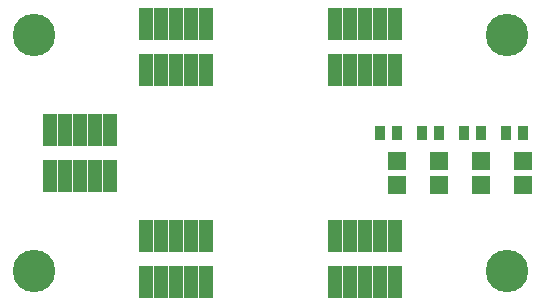
<source format=gts>
G04 #@! TF.FileFunction,Soldermask,Top*
%FSLAX46Y46*%
G04 Gerber Fmt 4.6, Leading zero omitted, Abs format (unit mm)*
G04 Created by KiCad (PCBNEW 4.0.2-stable) date 10/06/2016 14:43:14*
%MOMM*%
G01*
G04 APERTURE LIST*
%ADD10C,0.100000*%
%ADD11R,1.160000X2.800000*%
%ADD12C,3.600000*%
%ADD13R,1.598880X1.598880*%
%ADD14R,0.900000X1.300000*%
G04 APERTURE END LIST*
D10*
D11*
X-610000Y16948180D03*
X-610000Y13048180D03*
X-1880000Y16948180D03*
X-1880000Y13048180D03*
X-3150000Y16948180D03*
X-3150000Y13048180D03*
X-4420000Y16948180D03*
X-4420000Y13048180D03*
X-5690000Y16948180D03*
X-5690000Y13048180D03*
D12*
X-7000000Y5000000D03*
X33000000Y5000000D03*
X-7000000Y25000000D03*
X33000000Y25000000D03*
D13*
X23750000Y12250980D03*
X23750000Y14349020D03*
X27300000Y12250980D03*
X27300000Y14349020D03*
X30850000Y12250980D03*
X30850000Y14349020D03*
X34400000Y12250980D03*
X34400000Y14349020D03*
D14*
X23750000Y16700000D03*
X22250000Y16700000D03*
X27300000Y16700000D03*
X25800000Y16700000D03*
X30850000Y16700000D03*
X29350000Y16700000D03*
X34400000Y16700000D03*
X32900000Y16700000D03*
D11*
X23538880Y7948180D03*
X23538880Y4048180D03*
X22268880Y7948180D03*
X22268880Y4048180D03*
X20998880Y7948180D03*
X20998880Y4048180D03*
X19728880Y7948180D03*
X19728880Y4048180D03*
X18458880Y7948180D03*
X18458880Y4048180D03*
X7538880Y7948180D03*
X7538880Y4048180D03*
X6268880Y7948180D03*
X6268880Y4048180D03*
X4998880Y7948180D03*
X4998880Y4048180D03*
X3728880Y7948180D03*
X3728880Y4048180D03*
X2458880Y7948180D03*
X2458880Y4048180D03*
X23538880Y25948180D03*
X23538880Y22048180D03*
X22268880Y25948180D03*
X22268880Y22048180D03*
X20998880Y25948180D03*
X20998880Y22048180D03*
X19728880Y25948180D03*
X19728880Y22048180D03*
X18458880Y25948180D03*
X18458880Y22048180D03*
X7538880Y25948180D03*
X7538880Y22048180D03*
X6268880Y25948180D03*
X6268880Y22048180D03*
X4998880Y25948180D03*
X4998880Y22048180D03*
X3728880Y25948180D03*
X3728880Y22048180D03*
X2458880Y25948180D03*
X2458880Y22048180D03*
M02*

</source>
